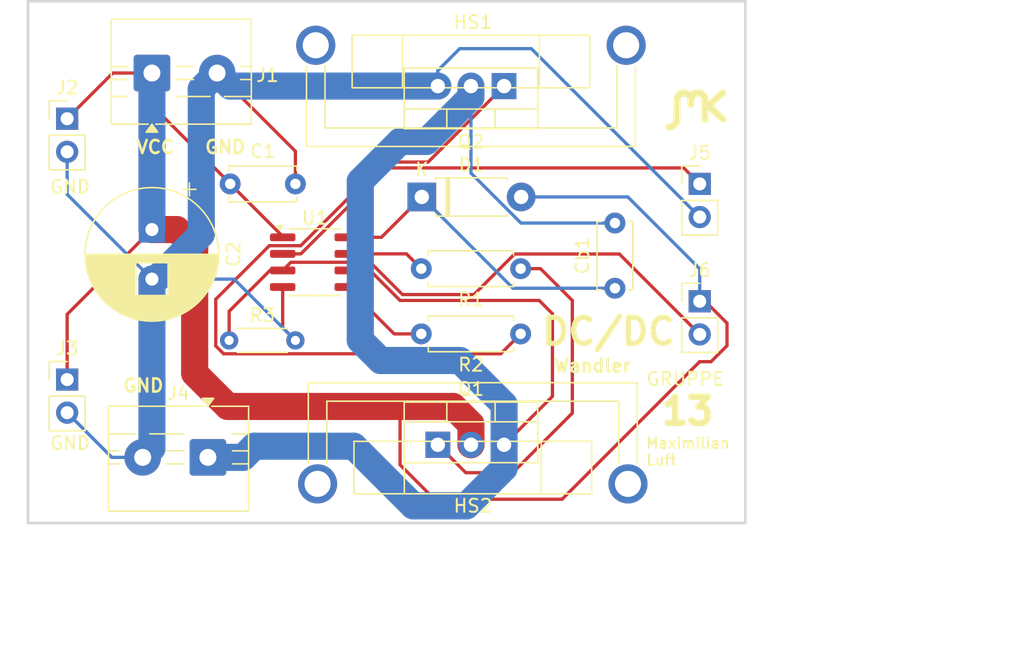
<source format=kicad_pcb>
(kicad_pcb (version 20241229) (generator "pcbnew") (generator_version "9.0")
  (layers (0 "F.Cu" signal) (2 "B.Cu" signal) (13 "F.Paste" user) (15 "B.Paste" user) (5 "F.SilkS" user "F.Silkscreen") (7 "B.SilkS" user "B.Silkscreen") (1 "F.Mask" user) (3 "B.Mask" user) (25 "Edge.Cuts" user))
  (net 0 "")
  (net 1 "GND")
  (net 2 "Net-(D1-K)")
  (net 3 "Net-(J4-Pin_1)")
  (net 4 "Net-(J5-Pin_1)")
  (net 5 "Net-(J6-Pin_2)")
  (net 6 "VCC")
  (net 7 "Net-(Q1-G)")
  (net 8 "Net-(Q2-G)")
  (net 9 "Net-(U1-HO)")
  (net 10 "Net-(U1-LO)")
  (footprint "Heatsink:Heatsink_Fischer_FK224xx2201_25x8.3mm" (layer "F.Cu") (at 146 137 180)
    (property "Reference" "HS2" (at 11.888 -1.684 0) (layer "F.SilkS"))
    (property "Value" "Heatsink")
    (pad "1" thru_hole circle (at 0 0 180) (size 3 3) (drill 2) (layers "*.Cu" "*.Mask"))
    (pad "1" thru_hole circle (at 23.8 0 180) (size 3 3) (drill 2) (layers "*.Cu" "*.Mask"))
  )
  (footprint "LOGO" (layer "F.Cu") (at 151.384 108.204)
    (property "Reference" "G***" (hide yes))
    (property "Value" "LOGO" (hide yes))
  )
  (footprint "MountingHole:MountingHole_2.2mm_M2_DIN965" (layer "F.Cu") (at 103 137)
    (property "Reference" "H2" (hide yes))
    (property "Value" "MountingHole")
    (pad "" np_thru_hole circle (at 0 0) (size 2.2 2.2) (drill 2.2) (layers "*.Cu" "*.Mask"))
  )
  (footprint "MountingHole:MountingHole_2.2mm_M2_DIN965" (layer "F.Cu") (at 103 103)
    (property "Reference" "H1" (hide yes))
    (property "Value" "MountingHole")
    (pad "" np_thru_hole circle (at 0 0) (size 2.2 2.2) (drill 2.2) (layers "*.Cu" "*.Mask"))
  )
  (footprint "Capacitor_THT:C_Disc_D5.0mm_W2.5mm_P5.00mm" (layer "F.Cu") (at 145 122 90)
    (property "Reference" "Cb1" (at 2.5 -2.5 90) (layer "F.SilkS"))
    (property "Value" "100n")
    (pad "1" thru_hole circle (at 0 0 90) (size 1.6 1.6) (drill 0.8) (layers "*.Cu" "*.Mask") (net 2 "Net-(D1-K)"))
    (pad "2" thru_hole circle (at 5 0 90) (size 1.6 1.6) (drill 0.8) (layers "*.Cu" "*.Mask") (net 3 "Net-(J4-Pin_1)"))
  )
  (footprint "MountingHole:MountingHole_2.2mm_M2_DIN965" (layer "F.Cu") (at 152 103)
    (property "Reference" "H3" (hide yes))
    (property "Value" "MountingHole")
    (pad "" np_thru_hole circle (at 0 0) (size 2.2 2.2) (drill 2.2) (layers "*.Cu" "*.Mask"))
  )
  (footprint "Package_TO_SOT_THT:TO-220-3_Vertical" (layer "F.Cu") (at 136.5 106.5 180)
    (property "Reference" "Q2" (at 2.54 -4.27 0) (layer "F.SilkS"))
    (property "Value" "IRF3708")
    (pad "1" thru_hole rect (at 0 0 180) (size 1.905 2) (drill 1.1) (layers "*.Cu" "*.Mask") (net 8 "Net-(Q2-G)"))
    (pad "2" thru_hole oval (at 2.54 0 180) (size 1.905 2) (drill 1.1) (layers "*.Cu" "*.Mask") (net 3 "Net-(J4-Pin_1)"))
    (pad "3" thru_hole oval (at 5.08 0 180) (size 1.905 2) (drill 1.1) (layers "*.Cu" "*.Mask") (net 1 "GND"))
  )
  (footprint "MountingHole:MountingHole_2.2mm_M2_DIN965" (layer "F.Cu") (at 152 137)
    (property "Reference" "H4" (hide yes))
    (property "Value" "MountingHole")
    (pad "" np_thru_hole circle (at 0 0) (size 2.2 2.2) (drill 2.2) (layers "*.Cu" "*.Mask"))
  )
  (footprint "Resistor_THT:R_Axial_DIN0207_L6.3mm_D2.5mm_P7.62mm_Horizontal" (layer "F.Cu") (at 137.77 125.5 180)
    (property "Reference" "R2" (at 3.81 -2.37 180) (layer "F.SilkS"))
    (property "Value" "10")
    (pad "1" thru_hole circle (at 0 0 180) (size 1.6 1.6) (drill 0.8) (layers "*.Cu" "*.Mask") (net 8 "Net-(Q2-G)"))
    (pad "2" thru_hole oval (at 7.62 0 180) (size 1.6 1.6) (drill 0.8) (layers "*.Cu" "*.Mask") (net 10 "Net-(U1-LO)"))
  )
  (footprint "Capacitor_THT:CP_Radial_D10.0mm_P3.80mm" (layer "F.Cu") (at 109.5 117.5 -90)
    (property "Reference" "C2" (at 1.9 -6.25 90) (layer "F.SilkS"))
    (property "Value" "470u")
    (pad "1" thru_hole rect (at 0 0 270) (size 2 2) (drill 1) (layers "*.Cu" "*.Mask") (net 6 "VCC"))
    (pad "2" thru_hole circle (at 3.8 0 270) (size 2 2) (drill 1) (layers "*.Cu" "*.Mask") (net 1 "GND"))
  )
  (footprint "Connector_PinHeader_2.54mm:PinHeader_1x02_P2.54mm_Vertical" (layer "F.Cu") (at 103 109)
    (property "Reference" "J2" (at 0 -2.38 0) (layer "F.SilkS"))
    (property "Value" "Power Out")
    (pad "1" thru_hole rect (at 0 0) (size 1.7 1.7) (drill 1) (layers "*.Cu" "*.Mask") (net 6 "VCC"))
    (pad "2" thru_hole circle (at 0 2.54) (size 1.7 1.7) (drill 1) (layers "*.Cu" "*.Mask") (net 1 "GND"))
  )
  (footprint "Connector_PinHeader_2.54mm:PinHeader_1x02_P2.54mm_Vertical" (layer "F.Cu") (at 151.5 114)
    (property "Reference" "J5" (at 0 -2.38 0) (layer "F.SilkS"))
    (property "Value" "Input")
    (pad "1" thru_hole rect (at 0 0) (size 1.7 1.7) (drill 1) (layers "*.Cu" "*.Mask") (net 4 "Net-(J5-Pin_1)"))
    (pad "2" thru_hole circle (at 0 2.54) (size 1.7 1.7) (drill 1) (layers "*.Cu" "*.Mask") (net 1 "GND"))
  )
  (footprint "Resistor_THT:R_Axial_DIN0207_L6.3mm_D2.5mm_P7.62mm_Horizontal" (layer "F.Cu") (at 137.77 120.5 180)
    (property "Reference" "R1" (at 3.81 -2.37 180) (layer "F.SilkS"))
    (property "Value" "10")
    (pad "1" thru_hole circle (at 0 0 180) (size 1.6 1.6) (drill 0.8) (layers "*.Cu" "*.Mask") (net 7 "Net-(Q1-G)"))
    (pad "2" thru_hole oval (at 7.62 0 180) (size 1.6 1.6) (drill 0.8) (layers "*.Cu" "*.Mask") (net 9 "Net-(U1-HO)"))
  )
  (footprint "Diode_THT:D_DO-41_SOD81_P7.62mm_Horizontal" (layer "F.Cu") (at 130.19 115)
    (property "Reference" "D1" (at 3.81 -2.47 0) (layer "F.SilkS"))
    (property "Value" "1N5819")
    (fp_text user "K" (at 0 -2.1 0) (layer "F.SilkS"))
    (pad "1" thru_hole rect (at 0 0) (size 2.2 2.2) (drill 1.1) (layers "*.Cu" "*.Mask") (net 2 "Net-(D1-K)"))
    (pad "2" thru_hole oval (at 7.62 0) (size 2.2 2.2) (drill 1.1) (layers "*.Cu" "*.Mask") (net 6 "VCC"))
  )
  (footprint "Package_SO:SOIC-8_3.9x4.9mm_P1.27mm" (layer "F.Cu") (at 122 120)
    (property "Reference" "U1" (at 0 -3.4 0) (layer "F.SilkS"))
    (property "Value" "IR2302")
    (pad "1" smd roundrect (at -2.475 -1.905) (size 1.95 0.6) (layers "F.Cu" "F.Mask" "F.Paste") (net 6 "VCC"))
    (pad "2" smd roundrect (at -2.475 -0.635) (size 1.95 0.6) (layers "F.Cu" "F.Mask" "F.Paste") (net 4 "Net-(J5-Pin_1)"))
    (pad "3" smd roundrect (at -2.475 0.635) (size 1.95 0.6) (layers "F.Cu" "F.Mask" "F.Paste") (net 5 "Net-(J6-Pin_2)"))
    (pad "4" smd roundrect (at -2.475 1.905) (size 1.95 0.6) (layers "F.Cu" "F.Mask" "F.Paste") (net 1 "GND"))
    (pad "5" smd roundrect (at 2.475 1.905) (size 1.95 0.6) (layers "F.Cu" "F.Mask" "F.Paste") (net 10 "Net-(U1-LO)"))
    (pad "6" smd roundrect (at 2.475 0.635) (size 1.95 0.6) (layers "F.Cu" "F.Mask" "F.Paste") (net 3 "Net-(J4-Pin_1)"))
    (pad "7" smd roundrect (at 2.475 -0.635) (size 1.95 0.6) (layers "F.Cu" "F.Mask" "F.Paste") (net 9 "Net-(U1-HO)"))
    (pad "8" smd roundrect (at 2.475 -1.905) (size 1.95 0.6) (layers "F.Cu" "F.Mask" "F.Paste") (net 2 "Net-(D1-K)"))
  )
  (footprint "Connector_PinHeader_2.54mm:PinHeader_1x02_P2.54mm_Vertical" (layer "F.Cu") (at 151.5 123)
    (property "Reference" "J6" (at 0 -2.38 0) (layer "F.SilkS"))
    (property "Value" "Dead Man")
    (pad "1" thru_hole rect (at 0 0) (size 1.7 1.7) (drill 1) (layers "*.Cu" "*.Mask") (net 6 "VCC"))
    (pad "2" thru_hole circle (at 0 2.54) (size 1.7 1.7) (drill 1) (layers "*.Cu" "*.Mask") (net 5 "Net-(J6-Pin_2)"))
  )
  (footprint "Resistor_THT:R_Axial_DIN0204_L3.6mm_D1.6mm_P5.08mm_Horizontal" (layer "F.Cu") (at 115.42 126)
    (property "Reference" "R3" (at 2.54 -1.92 0) (layer "F.SilkS"))
    (property "Value" "1k")
    (pad "1" thru_hole circle (at 0 0) (size 1.4 1.4) (drill 0.7) (layers "*.Cu" "*.Mask") (net 5 "Net-(J6-Pin_2)"))
    (pad "2" thru_hole oval (at 5.08 0) (size 1.4 1.4) (drill 0.7) (layers "*.Cu" "*.Mask") (net 1 "GND"))
  )
  (footprint "Connector_PinHeader_2.54mm:PinHeader_1x02_P2.54mm_Vertical" (layer "F.Cu") (at 103 129)
    (property "Reference" "J3" (at 0 -2.38 0) (layer "F.SilkS"))
    (property "Value" "Power Out")
    (pad "1" thru_hole rect (at 0 0) (size 1.7 1.7) (drill 1) (layers "*.Cu" "*.Mask") (net 6 "VCC"))
    (pad "2" thru_hole circle (at 0 2.54) (size 1.7 1.7) (drill 1) (layers "*.Cu" "*.Mask") (net 1 "GND"))
  )
  (footprint "Package_TO_SOT_THT:TO-220-3_Vertical" (layer "F.Cu") (at 131.42 134)
    (property "Reference" "Q1" (at 2.54 -4.27 0) (layer "F.SilkS"))
    (property "Value" "IRF3708")
    (pad "1" thru_hole rect (at 0 0) (size 1.905 2) (drill 1.1) (layers "*.Cu" "*.Mask") (net 7 "Net-(Q1-G)"))
    (pad "2" thru_hole oval (at 2.54 0) (size 1.905 2) (drill 1.1) (layers "*.Cu" "*.Mask") (net 6 "VCC"))
    (pad "3" thru_hole oval (at 5.08 0) (size 1.905 2) (drill 1.1) (layers "*.Cu" "*.Mask") (net 3 "Net-(J4-Pin_1)"))
  )
  (footprint "Capacitor_THT:C_Disc_D5.0mm_W2.5mm_P5.00mm" (layer "F.Cu") (at 115.5 114)
    (property "Reference" "C1" (at 2.5 -2.5 0) (layer "F.SilkS"))
    (property "Value" "100n")
    (pad "1" thru_hole circle (at 0 0) (size 1.6 1.6) (drill 0.8) (layers "*.Cu" "*.Mask") (net 6 "VCC"))
    (pad "2" thru_hole circle (at 5 0) (size 1.6 1.6) (drill 0.8) (layers "*.Cu" "*.Mask") (net 1 "GND"))
  )
  (footprint "Heatsink:Heatsink_Fischer_FK224xx2201_25x8.3mm" (layer "F.Cu") (at 122.06 103.37)
    (property "Reference" "HS1" (at 12.052 -1.77 180) (layer "F.SilkS"))
    (property "Value" "Heatsink")
    (pad "1" thru_hole circle (at 0 0) (size 3 3) (drill 2) (layers "*.Cu" "*.Mask"))
    (pad "1" thru_hole circle (at 23.8 0) (size 3 3) (drill 2) (layers "*.Cu" "*.Mask"))
  )
  (footprint "TerminalBlock:TerminalBlock_MaiXu_MX126-5.0-02P_1x02_P5.00mm" (layer "F.Cu") (at 109.5 105.5)
    (property "Reference" "J1" (at 8.864 0.164 0) (layer "F.SilkS"))
    (property "Value" "Power Input")
    (pad "1" thru_hole roundrect (at 0 0) (size 2.8 2.8) (drill 1.3) (layers "*.Cu" "*.Mask") (roundrect_rratio 0.089286) (net 6 "VCC"))
    (pad "2" thru_hole circle (at 5 0) (size 2.8 2.8) (drill 1.3) (layers "*.Cu" "*.Mask") (net 1 "GND"))
  )
  (footprint "TerminalBlock:TerminalBlock_MaiXu_MX126-5.0-02P_1x02_P5.00mm" (layer "F.Cu") (at 113.792 134.9675 180)
    (property "Reference" "J4" (at 2.25 4.9195 0) (layer "F.SilkS"))
    (property "Value" "Motor Output")
    (pad "1" thru_hole roundrect (at 0 0 180) (size 2.8 2.8) (drill 1.3) (layers "*.Cu" "*.Mask") (roundrect_rratio 0.089286) (net 3 "Net-(J4-Pin_1)"))
    (pad "2" thru_hole circle (at 5 0 180) (size 2.8 2.8) (drill 1.3) (layers "*.Cu" "*.Mask") (net 1 "GND"))
  )
  (gr_line (start 100 100) (end 100 140) (stroke (width 0.2)) (layer "Edge.Cuts"))
  (gr_line (start 155 140) (end 100 140) (stroke (width 0.2)) (layer "Edge.Cuts"))
  (gr_line (start 155 140) (end 155 100) (stroke (width 0.2)) (layer "Edge.Cuts"))
  (gr_line (start 100 100) (end 155 100) (stroke (width 0.2)) (layer "Edge.Cuts"))
  (gr_text "13" (at 148.336 132.588 0) (layer "F.SilkS") (effects (font (size 2 2) (thickness 0.5) (bold yes)) (justify left bottom)))
  (gr_text "GND" (at 113.46 111.76 0) (layer "F.SilkS") (effects (font (size 1 1) (thickness 0.2) (bold yes)) (justify left bottom)))
  (gr_text "GND" (at 101.6 114.808 0) (layer "F.SilkS") (effects (font (size 1 1)) (justify left bottom)))
  (gr_text "GND" (at 101.6 134.4675 0) (layer "F.SilkS") (effects (font (size 1 1)) (justify left bottom)))
  (gr_text "GRUPPE" (at 147.32 129.54 0) (layer "F.SilkS") (effects (font (size 1 1)) (justify left bottom)))
  (gr_text "DC/DC" (at 139.192 126.492 0) (layer "F.SilkS") (effects (font (size 2 2) (thickness 0.4) (bold yes)) (justify left bottom)))
  (gr_text "Wandler" (at 140.208 128.524 0) (layer "F.SilkS") (effects (font (size 1 1) (thickness 0.2) (bold yes)) (justify left bottom)))
  (gr_text "Maximilian\nLuft" (at 147.32 135.636 0) (layer "F.SilkS") (effects (font (size 0.8 0.8)) (justify left bottom)))
  (gr_text "VCC" (at 108.204 111.76 0) (layer "F.SilkS") (effects (font (size 1 1) (thickness 0.2) (bold yes)) (justify left bottom)))
  (gr_text "GND" (at 107.188 130.048 0) (layer "F.SilkS") (effects (font (size 1 1) (thickness 0.2) (bold yes)) (justify left bottom)))
  (segment (start 119.525 125.025) (end 119.525 121.905) (width 0.25) (layer "F.Cu") (net 1))
  (segment (start 120.5 114) (end 120.5 111.5) (width 0.25) (layer "F.Cu") (net 1))
  (segment (start 120.5 126) (end 119.525 125.025) (width 0.25) (layer "F.Cu") (net 1))
  (segment (start 120.5 111.5) (end 114.5 105.5) (width 0.25) (layer "F.Cu") (net 1))
  (segment (start 109.5 121.3) (end 115.8 121.3) (width 0.25) (layer "B.Cu") (net 1))
  (segment (start 103 131.54) (end 106.4275 134.9675) (width 0.25) (layer "B.Cu") (net 1))
  (segment (start 115.5 106.5) (end 114.5 105.5) (width 2.08) (layer "B.Cu") (net 1))
  (segment (start 103 114.8) (end 109.5 121.3) (width 0.25) (layer "B.Cu") (net 1))
  (segment (start 151.5 116.54) (end 138.592 103.632) (width 0.25) (layer "B.Cu") (net 1))
  (segment (start 113.284 106.716) (end 114.5 105.5) (width 2.08) (layer "B.Cu") (net 1))
  (segment (start 106.4275 134.9675) (end 108.792 134.9675) (width 0.25) (layer "B.Cu") (net 1))
  (segment (start 109.84 121.3) (end 113.284 117.856) (width 2.08) (layer "B.Cu") (net 1))
  (segment (start 109.5 121.3) (end 109.5 134.2595) (width 2.08) (layer "B.Cu") (net 1))
  (segment (start 133.096 103.632) (end 131.42 105.308) (width 0.25) (layer "B.Cu") (net 1))
  (segment (start 115.8 121.3) (end 120.5 126) (width 0.25) (layer "B.Cu") (net 1))
  (segment (start 109.5 121.3) (end 109.84 121.3) (width 2.08) (layer "B.Cu") (net 1))
  (segment (start 138.592 103.632) (end 133.096 103.632) (width 0.25) (layer "B.Cu") (net 1))
  (segment (start 131.42 106.5) (end 115.5 106.5) (width 2.08) (layer "B.Cu") (net 1))
  (segment (start 131.42 105.308) (end 131.42 106.5) (width 0.25) (layer "B.Cu") (net 1))
  (segment (start 103 111.54) (end 103 114.8) (width 0.25) (layer "B.Cu") (net 1))
  (segment (start 109.5 134.2595) (end 108.792 134.9675) (width 2.08) (layer "B.Cu") (net 1))
  (segment (start 113.284 117.856) (end 113.284 106.716) (width 2.08) (layer "B.Cu") (net 1))
  (segment (start 127.095 118.095) (end 130.19 115) (width 0.25) (layer "F.Cu") (net 2))
  (segment (start 124.475 118.095) (end 127.095 118.095) (width 0.25) (layer "F.Cu") (net 2))
  (segment (start 137.19 122) (end 130.19 115) (width 0.25) (layer "B.Cu") (net 2))
  (segment (start 145 122) (end 137.19 122) (width 0.25) (layer "B.Cu") (net 2))
  (segment (start 140.208 123.952) (end 140.208 130.292) (width 0.25) (layer "F.Cu") (net 3))
  (segment (start 139.192 122.936) (end 140.208 123.952) (width 0.25) (layer "F.Cu") (net 3))
  (segment (start 124.475 120.635) (end 126.223 120.635) (width 0.25) (layer "F.Cu") (net 3))
  (segment (start 128.524 122.936) (end 139.192 122.936) (width 0.25) (layer "F.Cu") (net 3))
  (segment (start 126.223 120.635) (end 128.524 122.936) (width 0.25) (layer "F.Cu") (net 3))
  (segment (start 140.208 130.292) (end 136.5 134) (width 0.25) (layer "F.Cu") (net 3))
  (segment (start 145 117) (end 137.793331 117) (width 0.25) (layer "B.Cu") (net 3))
  (segment (start 136.5 135.788) (end 133.604 138.684) (width 2.08) (layer "B.Cu") (net 3))
  (segment (start 133.604 138.684) (end 129.54 138.684) (width 2.08) (layer "B.Cu") (net 3))
  (segment (start 113.792 134.9675) (end 116.4925 134.9675) (width 2.08) (layer "B.Cu") (net 3))
  (segment (start 127.033 127.541) (end 133.121 127.541) (width 2.08) (layer "B.Cu") (net 3))
  (segment (start 125.476 125.984) (end 127.033 127.541) (width 2.08) (layer "B.Cu") (net 3))
  (segment (start 136.5 130.92) (end 136.5 134) (width 2.08) (layer "B.Cu") (net 3))
  (segment (start 137.793331 117) (end 133.96 113.166669) (width 0.25) (layer "B.Cu") (net 3))
  (segment (start 125.476 113.792) (end 128.524 110.744) (width 2.08) (layer "B.Cu") (net 3))
  (segment (start 133.121 127.541) (end 136.5 130.92) (width 2.08) (layer "B.Cu") (net 3))
  (segment (start 129.54 138.684) (end 124.968 134.112) (width 2.08) (layer "B.Cu") (net 3))
  (segment (start 124.968 134.112) (end 117.348 134.112) (width 2.08) (layer "B.Cu") (net 3))
  (segment (start 128.524 110.744) (end 130.556 110.744) (width 2.08) (layer "B.Cu") (net 3))
  (segment (start 125.476 125.984) (end 125.476 113.792) (width 2.08) (layer "B.Cu") (net 3))
  (segment (start 133.96 107.34) (end 133.96 106.5) (width 2.08) (layer "B.Cu") (net 3))
  (segment (start 117.348 134.112) (end 116.4925 134.9675) (width 2.08) (layer "B.Cu") (net 3))
  (segment (start 133.96 113.166669) (end 133.96 106.5) (width 0.25) (layer "B.Cu") (net 3))
  (segment (start 130.556 110.744) (end 133.96 107.34) (width 2.08) (layer "B.Cu") (net 3))
  (segment (start 136.5 134) (end 136.5 135.788) (width 2.08) (layer "B.Cu") (net 3))
  (segment (start 127.508 112.776) (end 150.276 112.776) (width 0.25) (layer "F.Cu") (net 4))
  (segment (start 150.276 112.776) (end 151.5 114) (width 0.25) (layer "F.Cu") (net 4))
  (segment (start 119.525 119.365) (end 120.919 119.365) (width 0.25) (layer "F.Cu") (net 4))
  (segment (start 120.919 119.365) (end 127.508 112.776) (width 0.25) (layer "F.Cu") (net 4))
  (segment (start 137.303595 119.374) (end 134.192595 122.485) (width 0.25) (layer "F.Cu") (net 5))
  (segment (start 126.23481 120.009) (end 120.151 120.009) (width 0.25) (layer "F.Cu") (net 5))
  (segment (start 120.151 120.009) (end 119.525 120.635) (width 0.25) (layer "F.Cu") (net 5))
  (segment (start 115.42 126) (end 115.42 123.765001) (width 0.25) (layer "F.Cu") (net 5))
  (segment (start 118.550001 120.635) (end 119.525 120.635) (width 0.25) (layer "F.Cu") (net 5))
  (segment (start 128.71081 122.485) (end 126.23481 120.009) (width 0.25) (layer "F.Cu") (net 5))
  (segment (start 151.5 125.54) (end 145.334 119.374) (width 0.25) (layer "F.Cu") (net 5))
  (segment (start 115.42 123.765001) (end 118.550001 120.635) (width 0.25) (layer "F.Cu") (net 5))
  (segment (start 134.192595 122.485) (end 128.71081 122.485) (width 0.25) (layer "F.Cu") (net 5))
  (segment (start 145.334 119.374) (end 137.303595 119.374) (width 0.25) (layer "F.Cu") (net 5))
  (segment (start 103 124) (end 109.5 117.5) (width 0.25) (layer "F.Cu") (net 6))
  (segment (start 128.524 131.064) (end 132.588 131.064) (width 2.08) (layer "F.Cu") (net 6))
  (segment (start 111.404 117.5) (end 112.776 118.872) (width 2.08) (layer "F.Cu") (net 6))
  (segment (start 103 129) (end 103 124) (width 0.25) (layer "F.Cu") (net 6))
  (segment (start 109.5 105.5) (end 106.5 105.5) (width 0.25) (layer "F.Cu") (net 6))
  (segment (start 128.524 135.5385) (end 131.1615 138.176) (width 0.25) (layer "F.Cu") (net 6))
  (segment (start 115.5 114) (end 115.5 113.976) (width 0.25) (layer "F.Cu") (net 6))
  (segment (start 151.49264 127.631) (end 152.366121 127.631) (width 0.25) (layer "F.Cu") (net 6))
  (segment (start 109.5 117.5) (end 111.404 117.5) (width 2.08) (layer "F.Cu") (net 6))
  (segment (start 131.1615 138.176) (end 140.94764 138.176) (width 0.25) (layer "F.Cu") (net 6))
  (segment (start 119.525 118.025) (end 119.525 118.095) (width 0.25) (layer "F.Cu") (net 6))
  (segment (start 115.316 131.064) (end 128.524 131.064) (width 2.08) (layer "F.Cu") (net 6))
  (segment (start 153.591 126.406121) (end 153.591 124.673879) (width 0.25) (layer "F.Cu") (net 6))
  (segment (start 133.96 132.436) (end 133.96 134) (width 2.08) (layer "F.Cu") (net 6))
  (segment (start 153.591 124.673879) (end 151.917121 123) (width 0.25) (layer "F.Cu") (net 6))
  (segment (start 106.5 105.5) (end 103 109) (width 0.25) (layer "F.Cu") (net 6))
  (segment (start 151.917121 123) (end 151.5 123) (width 0.25) (layer "F.Cu") (net 6))
  (segment (start 152.366121 127.631) (end 153.591 126.406121) (width 0.25) (layer "F.Cu") (net 6))
  (segment (start 132.588 131.064) (end 133.96 132.436) (width 2.08) (layer "F.Cu") (net 6))
  (segment (start 115.5 113.976) (end 109.5 107.976) (width 0.25) (layer "F.Cu") (net 6))
  (segment (start 112.776 128.524) (end 115.316 131.064) (width 2.08) (layer "F.Cu") (net 6))
  (segment (start 112.776 118.872) (end 112.776 128.524) (width 2.08) (layer "F.Cu") (net 6))
  (segment (start 140.94764 138.176) (end 151.49264 127.631) (width 0.25) (layer "F.Cu") (net 6))
  (segment (start 109.5 107.976) (end 109.5 105.5) (width 0.25) (layer "F.Cu") (net 6))
  (segment (start 115.5 114) (end 119.525 118.025) (width 0.25) (layer "F.Cu") (net 6))
  (segment (start 128.524 131.064) (end 128.524 135.5385) (width 0.25) (layer "F.Cu") (net 6))
  (segment (start 151.5 123) (end 151.5 120.512) (width 0.25) (layer "B.Cu") (net 6))
  (segment (start 133.96 134) (end 133.96 133.390423) (width 0.25) (layer "B.Cu") (net 6))
  (segment (start 151.5 120.512) (end 145.988 115) (width 0.25) (layer "B.Cu") (net 6))
  (segment (start 109.5 105.5) (end 109.5 117.5) (width 2.08) (layer "B.Cu") (net 6))
  (segment (start 145.988 115) (end 137.81 115) (width 0.25) (layer "B.Cu") (net 6))
  (segment (start 137.77 120.5) (end 139.296 120.5) (width 0.25) (layer "F.Cu") (net 7))
  (segment (start 139.296 120.5) (end 141.732 122.936) (width 0.25) (layer "F.Cu") (net 7))
  (segment (start 131.42 134) (end 133.564 136.144) (width 0.25) (layer "F.Cu") (net 7))
  (segment (start 141.732 122.936) (end 141.732 131.572) (width 0.25) (layer "F.Cu") (net 7))
  (segment (start 141.732 131.572) (end 137.16 136.144) (width 0.25) (layer "F.Cu") (net 7))
  (segment (start 133.564 136.144) (end 137.16 136.144) (width 0.25) (layer "F.Cu") (net 7))
  (segment (start 114.394 122.843678) (end 118.498678 118.739) (width 0.25) (layer "F.Cu") (net 8))
  (segment (start 127.32119 112.325) (end 130.675 112.325) (width 0.25) (layer "F.Cu") (net 8))
  (segment (start 114.394 126.424984) (end 114.394 122.843678) (width 0.25) (layer "F.Cu") (net 8))
  (segment (start 118.498678 118.739) (end 120.90719 118.739) (width 0.25) (layer "F.Cu") (net 8))
  (segment (start 136.244 127.026) (end 114.995016 127.026) (width 0.25) (layer "F.Cu") (net 8))
  (segment (start 114.995016 127.026) (end 114.394 126.424984) (width 0.25) (layer "F.Cu") (net 8))
  (segment (start 137.77 125.5) (end 136.244 127.026) (width 0.25) (layer "F.Cu") (net 8))
  (segment (start 120.90719 118.739) (end 127.32119 112.325) (width 0.25) (layer "F.Cu") (net 8))
  (segment (start 130.675 112.325) (end 136.5 106.5) (width 0.25) (layer "F.Cu") (net 8))
  (segment (start 129.015 119.365) (end 130.15 120.5) (width 0.25) (layer "F.Cu") (net 9))
  (segment (start 124.475 119.365) (end 129.015 119.365) (width 0.25) (layer "F.Cu") (net 9))
  (segment (start 130.15 125.5) (end 128.07 125.5) (width 0.25) (layer "F.Cu") (net 10))
  (segment (start 128.07 125.5) (end 124.475 121.905) (width 0.25) (layer "F.Cu") (net 10))
)
</source>
